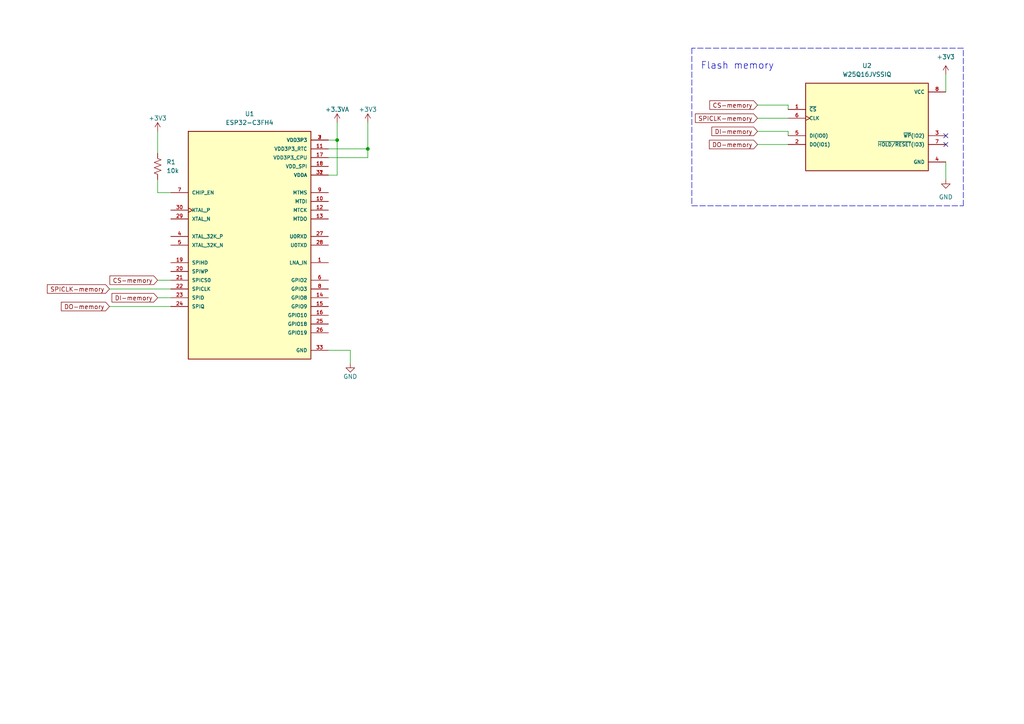
<source format=kicad_sch>
(kicad_sch (version 20211123) (generator eeschema)
  (paper "A4")
  (title_block (title "Broys - 4 x 7 seven segment display") (date "2022-06-12") (rev "v0.1") (company "lilordag"))
  (lib_symbols
    (symbol "Device:R_US" (pin_numbers hide) (pin_names (offset 0))
      (property "Reference" "R" (at 2.54 0 90))
      (property "Value" "R_US" (at -2.54 0 90))
      (symbol "R_US_0_1"
        (polyline (pts (xy 0 -2.286) (xy 0 -2.54)))
        (polyline (pts (xy 0 2.286) (xy 0 2.54)))
        (polyline (pts (xy 0 -0.762) (xy 1.016 -1.143) (xy 0 -1.524) (xy -1.016 -1.905) (xy 0 -2.286)))
        (polyline (pts (xy 0 0.762) (xy 1.016 0.381) (xy 0 0) (xy -1.016 -0.381) (xy 0 -0.762)))
        (polyline (pts (xy 0 2.286) (xy 1.016 1.905) (xy 0 1.524) (xy -1.016 1.143) (xy 0 0.762)))
      )
      (symbol "R_US_1_1"
        (pin passive line (at 0 3.81 270) (length 1.27) (name "~") (number "1"))
        (pin passive line (at 0 -3.81 90) (length 1.27) (name "~") (number "2"))
      )
    )
    (symbol "ESP32-C3FH4:ESP32-C3FH4" (pin_names (offset 1.016))
      (property "Reference" "U" (at -17.78 33.782 0))
      (property "Value" "ESP32-C3FH4" (at -17.78 -33.782 0))
      (symbol "ESP32-C3FH4_0_0"
        (rectangle (start -17.78 -33.02) (end 17.78 33.02) (stroke (width 0.254)) (fill (type background)))
        (pin bidirectional line (at 22.86 -5.08 180) (length 5.08) (name "LNA_IN") (number "1"))
        (pin bidirectional line (at 22.86 12.7 180) (length 5.08) (name "MTDI") (number "10"))
        (pin power_in line (at 22.86 27.94 180) (length 5.08) (name "VDD3P3_RTC") (number "11"))
        (pin bidirectional line (at 22.86 10.16 180) (length 5.08) (name "MTCK") (number "12"))
        (pin bidirectional line (at 22.86 7.62 180) (length 5.08) (name "MTDO") (number "13"))
        (pin bidirectional line (at 22.86 -15.24 180) (length 5.08) (name "GPIO8") (number "14"))
        (pin bidirectional line (at 22.86 -17.78 180) (length 5.08) (name "GPIO9") (number "15"))
        (pin bidirectional line (at 22.86 -20.32 180) (length 5.08) (name "GPIO10") (number "16"))
        (pin power_in line (at 22.86 25.4 180) (length 5.08) (name "VDD3P3_CPU") (number "17"))
        (pin power_in line (at 22.86 22.86 180) (length 5.08) (name "VDD_SPI") (number "18"))
        (pin bidirectional line (at -22.86 -5.08 0) (length 5.08) (name "SPIHD") (number "19"))
        (pin power_in line (at 22.86 30.48 180) (length 5.08) (name "VDD3P3") (number "2"))
        (pin bidirectional line (at -22.86 -7.62 0) (length 5.08) (name "SPIWP") (number "20"))
        (pin bidirectional line (at -22.86 -10.16 0) (length 5.08) (name "SPICS0") (number "21"))
        (pin bidirectional line (at -22.86 -12.7 0) (length 5.08) (name "SPICLK") (number "22"))
        (pin bidirectional line (at -22.86 -15.24 0) (length 5.08) (name "SPID") (number "23"))
        (pin bidirectional line (at -22.86 -17.78 0) (length 5.08) (name "SPIQ") (number "24"))
        (pin bidirectional line (at 22.86 -22.86 180) (length 5.08) (name "GPIO18") (number "25"))
        (pin bidirectional line (at 22.86 -25.4 180) (length 5.08) (name "GPIO19") (number "26"))
        (pin bidirectional line (at 22.86 2.54 180) (length 5.08) (name "U0RXD") (number "27"))
        (pin bidirectional line (at 22.86 0 180) (length 5.08) (name "U0TXD") (number "28"))
        (pin output line (at -22.86 7.62 0) (length 5.08) (name "XTAL_N") (number "29"))
        (pin power_in line (at 22.86 30.48 180) (length 5.08) (name "VDD3P3") (number "3"))
        (pin input clock (at -22.86 10.16 0) (length 5.08) (name "XTAL_P") (number "30"))
        (pin power_in line (at 22.86 20.32 180) (length 5.08) (name "VDDA") (number "31"))
        (pin power_in line (at 22.86 20.32 180) (length 5.08) (name "VDDA") (number "32"))
        (pin power_in line (at 22.86 -30.48 180) (length 5.08) (name "GND") (number "33"))
        (pin bidirectional line (at -22.86 2.54 0) (length 5.08) (name "XTAL_32K_P") (number "4"))
        (pin bidirectional line (at -22.86 0 0) (length 5.08) (name "XTAL_32K_N") (number "5"))
        (pin bidirectional line (at 22.86 -10.16 180) (length 5.08) (name "GPIO2") (number "6"))
        (pin input line (at -22.86 15.24 0) (length 5.08) (name "CHIP_EN") (number "7"))
        (pin bidirectional line (at 22.86 -12.7 180) (length 5.08) (name "GPIO3") (number "8"))
        (pin bidirectional line (at 22.86 15.24 180) (length 5.08) (name "MTMS") (number "9"))
      )
    )
    (symbol "W25Q16JVSSIQ:W25Q16JVSSIQ" (pin_names (offset 1.016))
      (property "Reference" "U" (at -17.78 13.335 0))
      (property "Value" "W25Q16JVSSIQ" (at -17.78 -15.24 0))
      (symbol "W25Q16JVSSIQ_0_0"
        (rectangle (start -17.78 -12.7) (end 17.78 12.7) (stroke (width 0.254)) (fill (type background)))
        (pin input line (at -22.86 5.08 0) (length 5.08) (name "~{CS}") (number "1"))
        (pin bidirectional line (at -22.86 -5.08 0) (length 5.08) (name "DO(IO1)") (number "2"))
        (pin bidirectional line (at 22.86 -2.54 180) (length 5.08) (name "~{WP}(IO2)") (number "3"))
        (pin power_in line (at 22.86 -10.16 180) (length 5.08) (name "GND") (number "4"))
        (pin bidirectional line (at -22.86 -2.54 0) (length 5.08) (name "DI(IO0)") (number "5"))
        (pin input clock (at -22.86 2.54 0) (length 5.08) (name "CLK") (number "6"))
        (pin bidirectional line (at 22.86 -5.08 180) (length 5.08) (name "~{HOLD/RESET}(IO3)") (number "7"))
        (pin power_in line (at 22.86 10.16 180) (length 5.08) (name "VCC") (number "8"))
      )
    )
    (symbol "power:+3.3V" (power) (pin_names (offset 0))
      (property "Value" "+3.3V" (at 0 3.556 0))
      (symbol "+3.3V_0_1"
        (polyline (pts (xy -0.762 1.27) (xy 0 2.54)))
        (polyline (pts (xy 0 0) (xy 0 2.54)))
        (polyline (pts (xy 0 2.54) (xy 0.762 1.27)))
      )
      (symbol "+3.3V_1_1"
        (pin power_in line (at 0 0 90) (length 0) hide (name "+3V3") (number "1"))
      )
    )
    (symbol "power:+3.3VA" (power) (pin_names (offset 0))
      (property "Value" "+3.3VA" (at 0 3.556 0))
      (symbol "+3.3VA_0_1"
        (polyline (pts (xy -0.762 1.27) (xy 0 2.54)))
        (polyline (pts (xy 0 0) (xy 0 2.54)))
        (polyline (pts (xy 0 2.54) (xy 0.762 1.27)))
      )
      (symbol "+3.3VA_1_1"
        (pin power_in line (at 0 0 90) (length 0) hide (name "+3.3VA") (number "1"))
      )
    )
    (symbol "power:GND" (power) (pin_names (offset 0))
      (property "Value" "GND" (at 0 -3.81 0))
      (symbol "GND_0_1"
        (polyline (pts (xy 0 0) (xy 0 -1.27) (xy 1.27 -1.27) (xy 0 -2.54) (xy -1.27 -1.27) (xy 0 -1.27)))
      )
      (symbol "GND_1_1"
        (pin power_in line (at 0 0 270) (length 0) hide (name "GND") (number "1"))
      )
    )
  )
  (junction (at 97.79 40.64))
  (junction (at 106.68 43.18))
  (no_connect (at 274.32 39.37))
  (no_connect (at 274.32 41.91))
  (wire (pts (xy 31.75 83.82) (xy 49.53 83.82)))
  (wire (pts (xy 274.32 46.99) (xy 274.32 52.07)))
  (polyline (pts (xy 200.66 13.97) (xy 200.66 59.69)))
  (wire (pts (xy 228.6 30.48) (xy 228.6 31.75)))
  (wire (pts (xy 97.79 50.8) (xy 97.79 40.64)))
  (wire (pts (xy 101.6 101.6) (xy 101.6 105.41)))
  (wire (pts (xy 45.72 81.28) (xy 49.53 81.28)))
  (wire (pts (xy 45.72 52.07) (xy 45.72 55.88)))
  (wire (pts (xy 95.25 101.6) (xy 101.6 101.6)))
  (wire (pts (xy 45.72 86.36) (xy 49.53 86.36)))
  (wire (pts (xy 95.25 40.64) (xy 97.79 40.64)))
  (wire (pts (xy 97.79 40.64) (xy 97.79 35.56)))
  (wire (pts (xy 95.25 45.72) (xy 106.68 45.72)))
  (wire (pts (xy 95.25 50.8) (xy 97.79 50.8)))
  (wire (pts (xy 31.75 88.9) (xy 49.53 88.9)))
  (wire (pts (xy 219.71 41.91) (xy 228.6 41.91)))
  (wire (pts (xy 228.6 38.1) (xy 228.6 39.37)))
  (wire (pts (xy 219.71 34.29) (xy 228.6 34.29)))
  (wire (pts (xy 45.72 38.1) (xy 45.72 44.45)))
  (polyline (pts (xy 279.4 13.97) (xy 200.66 13.97)))
  (wire (pts (xy 106.68 45.72) (xy 106.68 43.18)))
  (wire (pts (xy 219.71 30.48) (xy 228.6 30.48)))
  (wire (pts (xy 274.32 26.67) (xy 274.32 21.59)))
  (wire (pts (xy 45.72 55.88) (xy 49.53 55.88)))
  (wire (pts (xy 219.71 38.1) (xy 228.6 38.1)))
  (polyline (pts (xy 200.66 59.69) (xy 279.4 59.69)))
  (polyline (pts (xy 279.4 59.69) (xy 279.4 13.97)))
  (wire (pts (xy 106.68 43.18) (xy 106.68 35.56)))
  (wire (pts (xy 95.25 43.18) (xy 106.68 43.18)))
  (text "Flash memory" (at 203.2 20.32 0) (effects (font (size 2 2)) (justify left bottom)))
  (global_label "DO-memory" (shape input) (at 31.75 88.9 180) (property "Intersheet References" "${INTERSHEET_REFS}" (effects hide)))
  (global_label "SPICLK-memory" (shape input) (at 31.75 83.82 180) (property "Intersheet References" "${INTERSHEET_REFS}" (effects hide)))
  (global_label "SPICLK-memory" (shape input) (at 219.71 34.29 180) (property "Intersheet References" "${INTERSHEET_REFS}" (effects hide)))
  (global_label "DO-memory" (shape input) (at 219.71 41.91 180) (property "Intersheet References" "${INTERSHEET_REFS}" (effects hide)))
  (global_label "DI-memory" (shape input) (at 45.72 86.36 180) (property "Intersheet References" "${INTERSHEET_REFS}" (effects hide)))
  (global_label "CS-memory" (shape input) (at 45.72 81.28 180) (property "Intersheet References" "${INTERSHEET_REFS}" (effects hide)))
  (global_label "CS-memory" (shape input) (at 219.71 30.48 180) (property "Intersheet References" "${INTERSHEET_REFS}" (effects hide)))
  (global_label "DI-memory" (shape input) (at 219.71 38.1 180) (property "Intersheet References" "${INTERSHEET_REFS}" (effects hide)))
  (symbol (lib_id "power:GND") (at 274.32 52.07 0) (unit 1)
    (property "Reference" "#PWR06" (effects hide))
    (property "Value" "GND" (at 274.32 57.15 0))
  )
  (symbol (lib_id "power:GND") (at 101.6 105.41 0) (unit 1)
    (property "Reference" "#PWR03" (effects hide))
    (property "Value" "GND" (at 101.6 109.22 0))
  )
  (symbol (lib_id "power:+3.3VA") (at 97.79 35.56 0) (unit 1)
    (property "Reference" "#PWR02" (effects hide))
    (property "Value" "+3.3VA" (at 97.79 31.75 0))
  )
  (symbol (lib_id "power:+3.3V") (at 274.32 21.59 0) (unit 1)
    (property "Reference" "#PWR05" (effects hide))
    (property "Value" "+3.3V" (at 274.32 16.51 0))
  )
  (symbol (lib_id "power:+3.3V") (at 106.68 35.56 0) (unit 1)
    (property "Reference" "#PWR04" (effects hide))
    (property "Value" "+3.3V" (at 106.68 31.75 0))
  )
  (symbol (lib_id "W25Q16JVSSIQ:W25Q16JVSSIQ") (at 251.46 36.83 0) (unit 1)
    (property "Reference" "U2" (at 251.46 19.05 0))
    (property "Value" "W25Q16JVSSIQ" (at 251.46 21.59 0))
    (property "Footprint" "W25Q16JVSSIQ:SOIC127P790X216-8N" (effects hide))
    (property "PRICE" "None" (effects hide))
    (property "AVAILABILITY" "Unavailable" (effects hide))
    (property "MP" "W25Q16JVSSIQ" (effects hide))
    (property "PACKAGE" "SOIC-8 Winbond" (effects hide))
    (property "DESCRIPTION" "3v 16m-Bit Serial Flash Memory With Dual" (effects hide))
    (property "MF" "Winbond Electronics" (effects hide))
  )
  (symbol (lib_id "power:+3.3V") (at 45.72 38.1 0) (unit 1)
    (property "Reference" "#PWR01" (effects hide))
    (property "Value" "+3.3V" (at 45.72 34.29 0))
  )
  (symbol (lib_id "Device:R_US") (at 45.72 48.26 0) (unit 1)
    (property "Reference" "R1" (at 48.26 46.9899 0) (effects (justify left)))
    (property "Value" "10k" (at 48.26 49.5299 0) (effects (justify left)))
    (property "Footprint" "Resistor_SMD:R_0402_1005Metric" (effects hide))
  )
  (symbol (lib_id "ESP32-C3FH4:ESP32-C3FH4") (at 72.39 71.12 0) (unit 1)
    (property "Reference" "U1" (at 72.39 33.02 0))
    (property "Value" "ESP32-C3FH4" (at 72.39 35.56 0))
    (property "Footprint" "QFN50P500X500X90-33N" (effects hide))
    (property "MANUFACTURER" "Espressif" (effects hide))
    (property "PARTREV" "V1.0" (effects hide))
    (property "STANDARD" "IPC 7351B" (effects hide))
    (property "MAXIMUM_PACKAGE_HEIGHT" "0.9mm" (effects hide))
  )
)
</source>
